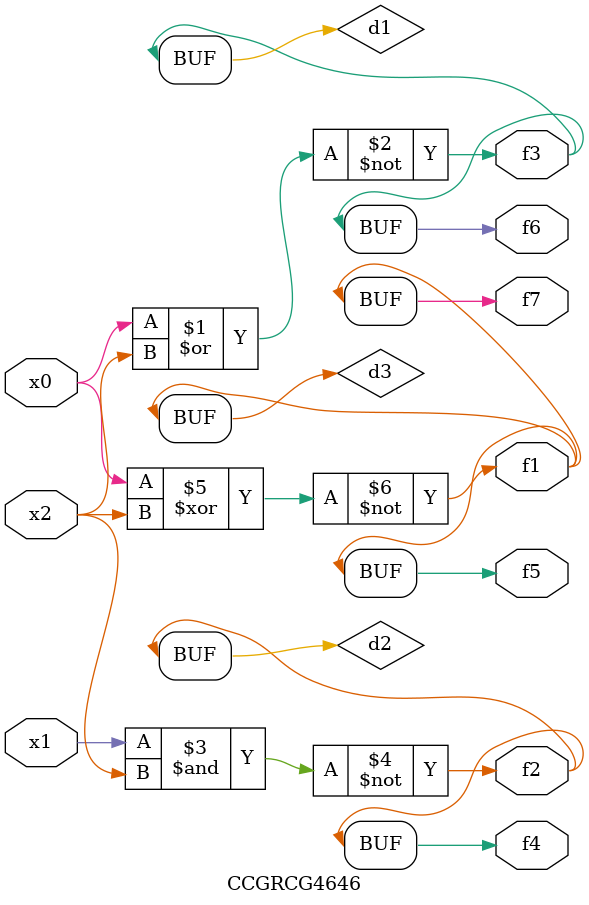
<source format=v>
module CCGRCG4646(
	input x0, x1, x2,
	output f1, f2, f3, f4, f5, f6, f7
);

	wire d1, d2, d3;

	nor (d1, x0, x2);
	nand (d2, x1, x2);
	xnor (d3, x0, x2);
	assign f1 = d3;
	assign f2 = d2;
	assign f3 = d1;
	assign f4 = d2;
	assign f5 = d3;
	assign f6 = d1;
	assign f7 = d3;
endmodule

</source>
